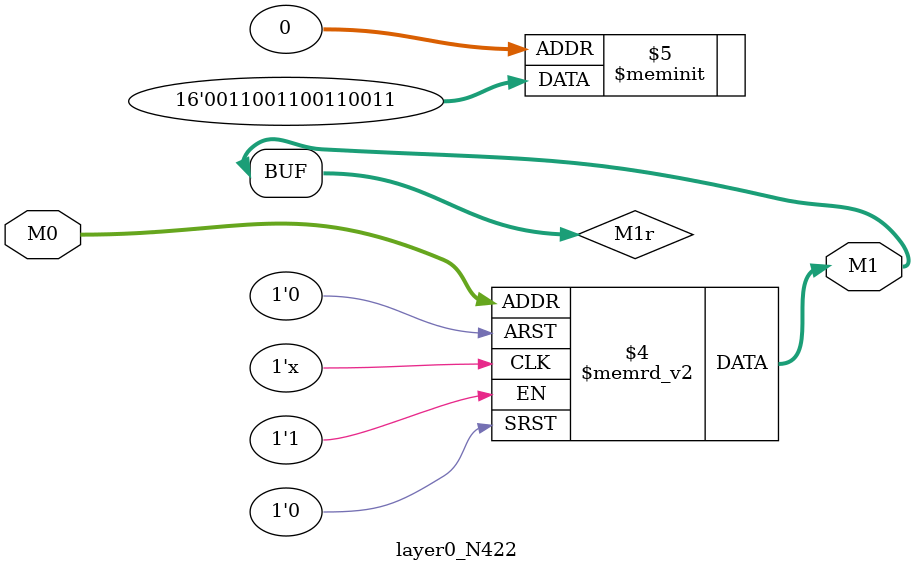
<source format=v>
module layer0_N422 ( input [2:0] M0, output [1:0] M1 );

	(*rom_style = "distributed" *) reg [1:0] M1r;
	assign M1 = M1r;
	always @ (M0) begin
		case (M0)
			3'b000: M1r = 2'b11;
			3'b100: M1r = 2'b11;
			3'b010: M1r = 2'b11;
			3'b110: M1r = 2'b11;
			3'b001: M1r = 2'b00;
			3'b101: M1r = 2'b00;
			3'b011: M1r = 2'b00;
			3'b111: M1r = 2'b00;

		endcase
	end
endmodule

</source>
